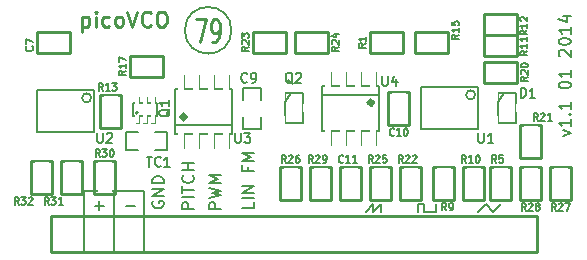
<source format=gto>
%FSLAX34Y34*%
G04 Gerber Fmt 3.4, Leading zero omitted, Abs format*
G04 (created by PCBNEW (2013-12-24 BZR 4575)-product) date 2014-01-25 4:15:43 PM*
%MOIN*%
G01*
G70*
G90*
G04 APERTURE LIST*
%ADD10C,0.005906*%
%ADD11C,0.007874*%
%ADD12C,0.010000*%
%ADD13C,0.008000*%
%ADD14C,0.002600*%
%ADD15C,0.006000*%
%ADD16C,0.005000*%
%ADD17C,0.016000*%
%ADD18R,0.015700X0.031400*%
%ADD19R,0.045000X0.055000*%
%ADD20R,0.055000X0.045000*%
%ADD21R,0.039400X0.027600*%
%ADD22R,0.078700X0.078700*%
%ADD23C,0.078700*%
%ADD24R,0.011800X0.051200*%
%ADD25R,0.023600X0.086600*%
%ADD26R,0.045000X0.032000*%
%ADD27R,0.032000X0.045000*%
G04 APERTURE END LIST*
G54D10*
G54D11*
X56250Y-53150D02*
X56500Y-52900D01*
X52500Y-52900D02*
X52500Y-53150D01*
X52250Y-53150D02*
X52500Y-52900D01*
X52250Y-52900D02*
X52250Y-53150D01*
X52000Y-53150D02*
X52250Y-52900D01*
X56000Y-52900D02*
X56250Y-53150D01*
X55750Y-53150D02*
X56000Y-52900D01*
X54350Y-53150D02*
X54350Y-52900D01*
X53950Y-53150D02*
X54350Y-53150D01*
X53950Y-52900D02*
X53950Y-53150D01*
X53750Y-52900D02*
X53950Y-52900D01*
X53750Y-53150D02*
X53750Y-52900D01*
X47527Y-47100D02*
G75*
G03X47527Y-47100I-777J0D01*
G74*
G01*
G54D12*
X46345Y-46739D02*
X46678Y-46739D01*
X46464Y-47489D01*
X46892Y-47489D02*
X46988Y-47489D01*
X47035Y-47453D01*
X47059Y-47417D01*
X47107Y-47310D01*
X47130Y-47167D01*
X47130Y-46882D01*
X47107Y-46810D01*
X47083Y-46775D01*
X47035Y-46739D01*
X46940Y-46739D01*
X46892Y-46775D01*
X46869Y-46810D01*
X46845Y-46882D01*
X46845Y-47060D01*
X46869Y-47132D01*
X46892Y-47167D01*
X46940Y-47203D01*
X47035Y-47203D01*
X47083Y-47167D01*
X47107Y-47132D01*
X47130Y-47060D01*
G54D13*
X58564Y-50619D02*
X58830Y-50523D01*
X58564Y-50428D01*
X58830Y-50066D02*
X58830Y-50295D01*
X58830Y-50180D02*
X58430Y-50180D01*
X58488Y-50219D01*
X58526Y-50257D01*
X58545Y-50295D01*
X58792Y-49895D02*
X58811Y-49876D01*
X58830Y-49895D01*
X58811Y-49914D01*
X58792Y-49895D01*
X58830Y-49895D01*
X58830Y-49495D02*
X58830Y-49723D01*
X58830Y-49609D02*
X58430Y-49609D01*
X58488Y-49647D01*
X58526Y-49685D01*
X58545Y-49723D01*
X58430Y-48942D02*
X58430Y-48904D01*
X58450Y-48866D01*
X58469Y-48847D01*
X58507Y-48828D01*
X58583Y-48809D01*
X58678Y-48809D01*
X58754Y-48828D01*
X58792Y-48847D01*
X58811Y-48866D01*
X58830Y-48904D01*
X58830Y-48942D01*
X58811Y-48980D01*
X58792Y-48999D01*
X58754Y-49019D01*
X58678Y-49038D01*
X58583Y-49038D01*
X58507Y-49019D01*
X58469Y-48999D01*
X58450Y-48980D01*
X58430Y-48942D01*
X58830Y-48428D02*
X58830Y-48657D01*
X58830Y-48542D02*
X58430Y-48542D01*
X58488Y-48580D01*
X58526Y-48619D01*
X58545Y-48657D01*
X58469Y-47971D02*
X58450Y-47952D01*
X58430Y-47914D01*
X58430Y-47819D01*
X58450Y-47780D01*
X58469Y-47761D01*
X58507Y-47742D01*
X58545Y-47742D01*
X58602Y-47761D01*
X58830Y-47990D01*
X58830Y-47742D01*
X58430Y-47495D02*
X58430Y-47457D01*
X58450Y-47419D01*
X58469Y-47400D01*
X58507Y-47380D01*
X58583Y-47361D01*
X58678Y-47361D01*
X58754Y-47380D01*
X58792Y-47400D01*
X58811Y-47419D01*
X58830Y-47457D01*
X58830Y-47495D01*
X58811Y-47533D01*
X58792Y-47552D01*
X58754Y-47571D01*
X58678Y-47590D01*
X58583Y-47590D01*
X58507Y-47571D01*
X58469Y-47552D01*
X58450Y-47533D01*
X58430Y-47495D01*
X58830Y-46980D02*
X58830Y-47209D01*
X58830Y-47095D02*
X58430Y-47095D01*
X58488Y-47133D01*
X58526Y-47171D01*
X58545Y-47209D01*
X58564Y-46638D02*
X58830Y-46638D01*
X58411Y-46733D02*
X58697Y-46828D01*
X58697Y-46580D01*
G54D12*
X42557Y-46642D02*
X42557Y-47142D01*
X42557Y-46666D02*
X42604Y-46642D01*
X42700Y-46642D01*
X42747Y-46666D01*
X42771Y-46690D01*
X42795Y-46738D01*
X42795Y-46880D01*
X42771Y-46928D01*
X42747Y-46952D01*
X42700Y-46976D01*
X42604Y-46976D01*
X42557Y-46952D01*
X43009Y-46976D02*
X43009Y-46642D01*
X43009Y-46476D02*
X42985Y-46500D01*
X43009Y-46523D01*
X43033Y-46500D01*
X43009Y-46476D01*
X43009Y-46523D01*
X43461Y-46952D02*
X43414Y-46976D01*
X43319Y-46976D01*
X43271Y-46952D01*
X43247Y-46928D01*
X43223Y-46880D01*
X43223Y-46738D01*
X43247Y-46690D01*
X43271Y-46666D01*
X43319Y-46642D01*
X43414Y-46642D01*
X43461Y-46666D01*
X43747Y-46976D02*
X43700Y-46952D01*
X43676Y-46928D01*
X43652Y-46880D01*
X43652Y-46738D01*
X43676Y-46690D01*
X43700Y-46666D01*
X43747Y-46642D01*
X43819Y-46642D01*
X43866Y-46666D01*
X43890Y-46690D01*
X43914Y-46738D01*
X43914Y-46880D01*
X43890Y-46928D01*
X43866Y-46952D01*
X43819Y-46976D01*
X43747Y-46976D01*
X44057Y-46476D02*
X44223Y-46976D01*
X44390Y-46476D01*
X44842Y-46928D02*
X44819Y-46952D01*
X44747Y-46976D01*
X44700Y-46976D01*
X44628Y-46952D01*
X44580Y-46904D01*
X44557Y-46857D01*
X44533Y-46761D01*
X44533Y-46690D01*
X44557Y-46595D01*
X44580Y-46547D01*
X44628Y-46500D01*
X44700Y-46476D01*
X44747Y-46476D01*
X44819Y-46500D01*
X44842Y-46523D01*
X45152Y-46476D02*
X45247Y-46476D01*
X45295Y-46500D01*
X45342Y-46547D01*
X45366Y-46642D01*
X45366Y-46809D01*
X45342Y-46904D01*
X45295Y-46952D01*
X45247Y-46976D01*
X45152Y-46976D01*
X45104Y-46952D01*
X45057Y-46904D01*
X45033Y-46809D01*
X45033Y-46642D01*
X45057Y-46547D01*
X45104Y-46500D01*
X45152Y-46476D01*
G54D11*
X43600Y-54500D02*
X43600Y-52450D01*
X42600Y-54500D02*
X43600Y-54500D01*
X42600Y-52450D02*
X42600Y-54500D01*
X44600Y-52450D02*
X42600Y-52450D01*
X44600Y-54500D02*
X44600Y-52450D01*
X43600Y-54500D02*
X44600Y-54500D01*
G54D13*
X43128Y-53102D02*
X43128Y-52797D01*
X43280Y-52950D02*
X42976Y-52950D01*
X44302Y-52951D02*
X43997Y-52951D01*
X44900Y-52804D02*
X44880Y-52842D01*
X44880Y-52900D01*
X44900Y-52957D01*
X44938Y-52995D01*
X44976Y-53014D01*
X45052Y-53033D01*
X45109Y-53033D01*
X45185Y-53014D01*
X45223Y-52995D01*
X45261Y-52957D01*
X45280Y-52900D01*
X45280Y-52861D01*
X45261Y-52804D01*
X45242Y-52785D01*
X45109Y-52785D01*
X45109Y-52861D01*
X45280Y-52614D02*
X44880Y-52614D01*
X45280Y-52385D01*
X44880Y-52385D01*
X45280Y-52195D02*
X44880Y-52195D01*
X44880Y-52099D01*
X44900Y-52042D01*
X44938Y-52004D01*
X44976Y-51985D01*
X45052Y-51966D01*
X45109Y-51966D01*
X45185Y-51985D01*
X45223Y-52004D01*
X45261Y-52042D01*
X45280Y-52099D01*
X45280Y-52195D01*
X46280Y-53061D02*
X45880Y-53061D01*
X45880Y-52909D01*
X45900Y-52871D01*
X45919Y-52852D01*
X45957Y-52833D01*
X46014Y-52833D01*
X46052Y-52852D01*
X46071Y-52871D01*
X46090Y-52909D01*
X46090Y-53061D01*
X46280Y-52661D02*
X45880Y-52661D01*
X45880Y-52528D02*
X45880Y-52300D01*
X46280Y-52414D02*
X45880Y-52414D01*
X46242Y-51938D02*
X46261Y-51957D01*
X46280Y-52014D01*
X46280Y-52052D01*
X46261Y-52109D01*
X46223Y-52147D01*
X46185Y-52166D01*
X46109Y-52185D01*
X46052Y-52185D01*
X45976Y-52166D01*
X45938Y-52147D01*
X45900Y-52109D01*
X45880Y-52052D01*
X45880Y-52014D01*
X45900Y-51957D01*
X45919Y-51938D01*
X46280Y-51766D02*
X45880Y-51766D01*
X46071Y-51766D02*
X46071Y-51538D01*
X46280Y-51538D02*
X45880Y-51538D01*
X47180Y-53061D02*
X46780Y-53061D01*
X46780Y-52909D01*
X46800Y-52871D01*
X46819Y-52852D01*
X46857Y-52833D01*
X46914Y-52833D01*
X46952Y-52852D01*
X46971Y-52871D01*
X46990Y-52909D01*
X46990Y-53061D01*
X46780Y-52700D02*
X47180Y-52604D01*
X46895Y-52528D01*
X47180Y-52452D01*
X46780Y-52357D01*
X47180Y-52204D02*
X46780Y-52204D01*
X47066Y-52071D01*
X46780Y-51938D01*
X47180Y-51938D01*
X48280Y-52833D02*
X48280Y-53023D01*
X47880Y-53023D01*
X48280Y-52700D02*
X47880Y-52700D01*
X48280Y-52509D02*
X47880Y-52509D01*
X48280Y-52280D01*
X47880Y-52280D01*
X48071Y-51652D02*
X48071Y-51785D01*
X48280Y-51785D02*
X47880Y-51785D01*
X47880Y-51595D01*
X48280Y-51442D02*
X47880Y-51442D01*
X48166Y-51309D01*
X47880Y-51176D01*
X48280Y-51176D01*
G54D14*
X44336Y-50183D02*
X44454Y-50183D01*
X44454Y-50183D02*
X44454Y-49986D01*
X44336Y-49986D02*
X44454Y-49986D01*
X44336Y-50183D02*
X44336Y-49986D01*
X44591Y-50183D02*
X44709Y-50183D01*
X44709Y-50183D02*
X44709Y-49986D01*
X44591Y-49986D02*
X44709Y-49986D01*
X44591Y-50183D02*
X44591Y-49986D01*
X44846Y-50183D02*
X44964Y-50183D01*
X44964Y-50183D02*
X44964Y-49986D01*
X44846Y-49986D02*
X44964Y-49986D01*
X44846Y-50183D02*
X44846Y-49986D01*
X44846Y-49514D02*
X44964Y-49514D01*
X44964Y-49514D02*
X44964Y-49317D01*
X44846Y-49317D02*
X44964Y-49317D01*
X44846Y-49514D02*
X44846Y-49317D01*
X44591Y-49514D02*
X44709Y-49514D01*
X44709Y-49514D02*
X44709Y-49317D01*
X44591Y-49317D02*
X44709Y-49317D01*
X44591Y-49514D02*
X44591Y-49317D01*
X44336Y-49514D02*
X44454Y-49514D01*
X44454Y-49514D02*
X44454Y-49317D01*
X44336Y-49317D02*
X44454Y-49317D01*
X44336Y-49514D02*
X44336Y-49317D01*
G54D13*
X44257Y-49534D02*
X45043Y-49534D01*
X45043Y-49534D02*
X45043Y-49966D01*
X45043Y-49966D02*
X44257Y-49966D01*
X44257Y-49966D02*
X44257Y-49534D01*
G54D15*
X44416Y-49848D02*
G75*
G03X44416Y-49848I-41J0D01*
G74*
G01*
G54D16*
X44980Y-50500D02*
X45380Y-50500D01*
X45380Y-50500D02*
X45380Y-51100D01*
X45380Y-51100D02*
X44980Y-51100D01*
X44420Y-51100D02*
X44020Y-51100D01*
X44020Y-51100D02*
X44020Y-50500D01*
X44020Y-50500D02*
X44420Y-50500D01*
X48500Y-49980D02*
X48500Y-50380D01*
X48500Y-50380D02*
X47900Y-50380D01*
X47900Y-50380D02*
X47900Y-49980D01*
X47900Y-49420D02*
X47900Y-49020D01*
X47900Y-49020D02*
X48500Y-49020D01*
X48500Y-49020D02*
X48500Y-49420D01*
X49300Y-49500D02*
X49500Y-49200D01*
X49300Y-50200D02*
X49300Y-49175D01*
X49300Y-49175D02*
X49900Y-49175D01*
X49900Y-49175D02*
X49900Y-50200D01*
X49900Y-50200D02*
X49300Y-50200D01*
X56400Y-49500D02*
X56600Y-49200D01*
X56400Y-50200D02*
X56400Y-49175D01*
X56400Y-49175D02*
X57000Y-49175D01*
X57000Y-49175D02*
X57000Y-50200D01*
X57000Y-50200D02*
X56400Y-50200D01*
G54D12*
X41500Y-53300D02*
X41500Y-54500D01*
X41500Y-54500D02*
X57700Y-54500D01*
X57700Y-54500D02*
X57700Y-53300D01*
X57700Y-53300D02*
X41500Y-53300D01*
G54D13*
X55750Y-50400D02*
X53850Y-50400D01*
X53850Y-50400D02*
X53850Y-49000D01*
X53850Y-49000D02*
X55750Y-49000D01*
X55750Y-49000D02*
X55750Y-50400D01*
X55650Y-49250D02*
G75*
G03X55650Y-49250I-150J0D01*
G74*
G01*
X42950Y-50500D02*
X41050Y-50500D01*
X41050Y-50500D02*
X41050Y-49100D01*
X41050Y-49100D02*
X42950Y-49100D01*
X42950Y-49100D02*
X42950Y-50500D01*
X42850Y-49350D02*
G75*
G03X42850Y-49350I-150J0D01*
G74*
G01*
G54D17*
X52243Y-49510D02*
G75*
G03X52243Y-49510I-70J0D01*
G74*
G01*
G54D14*
X52346Y-48480D02*
X52153Y-48480D01*
X52153Y-48480D02*
X52153Y-48913D01*
X52346Y-48913D02*
X52153Y-48913D01*
X52346Y-48480D02*
X52346Y-48913D01*
X51846Y-48480D02*
X51653Y-48480D01*
X51653Y-48480D02*
X51653Y-48913D01*
X51846Y-48913D02*
X51653Y-48913D01*
X51846Y-48480D02*
X51846Y-48913D01*
X51347Y-48480D02*
X51154Y-48480D01*
X51154Y-48480D02*
X51154Y-48913D01*
X51347Y-48913D02*
X51154Y-48913D01*
X51347Y-48480D02*
X51347Y-48913D01*
X50847Y-48480D02*
X50654Y-48480D01*
X50654Y-48480D02*
X50654Y-48913D01*
X50847Y-48913D02*
X50654Y-48913D01*
X50847Y-48480D02*
X50847Y-48913D01*
X50847Y-50487D02*
X50654Y-50487D01*
X50654Y-50487D02*
X50654Y-50920D01*
X50847Y-50920D02*
X50654Y-50920D01*
X50847Y-50487D02*
X50847Y-50920D01*
X51347Y-50487D02*
X51154Y-50487D01*
X51154Y-50487D02*
X51154Y-50920D01*
X51347Y-50920D02*
X51154Y-50920D01*
X51347Y-50487D02*
X51347Y-50920D01*
X51846Y-50487D02*
X51653Y-50487D01*
X51653Y-50487D02*
X51653Y-50920D01*
X51846Y-50920D02*
X51653Y-50920D01*
X51846Y-50487D02*
X51846Y-50920D01*
X52346Y-50487D02*
X52153Y-50487D01*
X52153Y-50487D02*
X52153Y-50920D01*
X52346Y-50920D02*
X52153Y-50920D01*
X52346Y-50487D02*
X52346Y-50920D01*
G54D13*
X50556Y-50448D02*
X50556Y-49149D01*
X50556Y-49149D02*
X50556Y-48952D01*
X50556Y-48952D02*
X52444Y-48952D01*
X52444Y-48952D02*
X52444Y-49149D01*
X52444Y-49149D02*
X52444Y-50448D01*
X52444Y-50448D02*
X50556Y-50448D01*
X50556Y-49249D02*
X52444Y-49249D01*
G54D17*
X45998Y-49989D02*
G75*
G03X45998Y-49989I-70J0D01*
G74*
G01*
G54D14*
X45754Y-51020D02*
X45947Y-51020D01*
X45947Y-51020D02*
X45947Y-50587D01*
X45754Y-50587D02*
X45947Y-50587D01*
X45754Y-51020D02*
X45754Y-50587D01*
X46254Y-51020D02*
X46447Y-51020D01*
X46447Y-51020D02*
X46447Y-50587D01*
X46254Y-50587D02*
X46447Y-50587D01*
X46254Y-51020D02*
X46254Y-50587D01*
X46753Y-51020D02*
X46946Y-51020D01*
X46946Y-51020D02*
X46946Y-50587D01*
X46753Y-50587D02*
X46946Y-50587D01*
X46753Y-51020D02*
X46753Y-50587D01*
X47253Y-51020D02*
X47446Y-51020D01*
X47446Y-51020D02*
X47446Y-50587D01*
X47253Y-50587D02*
X47446Y-50587D01*
X47253Y-51020D02*
X47253Y-50587D01*
X47253Y-49013D02*
X47446Y-49013D01*
X47446Y-49013D02*
X47446Y-48580D01*
X47253Y-48580D02*
X47446Y-48580D01*
X47253Y-49013D02*
X47253Y-48580D01*
X46753Y-49013D02*
X46946Y-49013D01*
X46946Y-49013D02*
X46946Y-48580D01*
X46753Y-48580D02*
X46946Y-48580D01*
X46753Y-49013D02*
X46753Y-48580D01*
X46254Y-49013D02*
X46447Y-49013D01*
X46447Y-49013D02*
X46447Y-48580D01*
X46254Y-48580D02*
X46447Y-48580D01*
X46254Y-49013D02*
X46254Y-48580D01*
X45754Y-49013D02*
X45947Y-49013D01*
X45947Y-49013D02*
X45947Y-48580D01*
X45754Y-48580D02*
X45947Y-48580D01*
X45754Y-49013D02*
X45754Y-48580D01*
G54D13*
X47544Y-49052D02*
X47544Y-50351D01*
X47544Y-50351D02*
X47544Y-50548D01*
X47544Y-50548D02*
X45656Y-50548D01*
X45656Y-50548D02*
X45656Y-50351D01*
X45656Y-50351D02*
X45656Y-49052D01*
X45656Y-49052D02*
X47544Y-49052D01*
X47544Y-50251D02*
X45656Y-50251D01*
G54D12*
X50854Y-52751D02*
X50854Y-51648D01*
X50854Y-51648D02*
X50145Y-51648D01*
X50145Y-51648D02*
X50145Y-52751D01*
X50145Y-52751D02*
X50854Y-52751D01*
X57854Y-52751D02*
X57854Y-51648D01*
X57854Y-51648D02*
X57145Y-51648D01*
X57145Y-51648D02*
X57145Y-52751D01*
X57145Y-52751D02*
X57854Y-52751D01*
X58854Y-52751D02*
X58854Y-51648D01*
X58854Y-51648D02*
X58145Y-51648D01*
X58145Y-51648D02*
X58145Y-52751D01*
X58145Y-52751D02*
X58854Y-52751D01*
X49854Y-52751D02*
X49854Y-51648D01*
X49854Y-51648D02*
X49145Y-51648D01*
X49145Y-51648D02*
X49145Y-52751D01*
X49145Y-52751D02*
X49854Y-52751D01*
X52854Y-52751D02*
X52854Y-51648D01*
X52854Y-51648D02*
X52145Y-51648D01*
X52145Y-51648D02*
X52145Y-52751D01*
X52145Y-52751D02*
X52854Y-52751D01*
X50751Y-47145D02*
X49648Y-47145D01*
X49648Y-47145D02*
X49648Y-47854D01*
X49648Y-47854D02*
X50751Y-47854D01*
X50751Y-47854D02*
X50751Y-47145D01*
X48248Y-47854D02*
X49351Y-47854D01*
X49351Y-47854D02*
X49351Y-47145D01*
X49351Y-47145D02*
X48248Y-47145D01*
X48248Y-47145D02*
X48248Y-47854D01*
X53145Y-51648D02*
X53145Y-52751D01*
X53145Y-52751D02*
X53854Y-52751D01*
X53854Y-52751D02*
X53854Y-51648D01*
X53854Y-51648D02*
X53145Y-51648D01*
X57145Y-50248D02*
X57145Y-51351D01*
X57145Y-51351D02*
X57854Y-51351D01*
X57854Y-51351D02*
X57854Y-50248D01*
X57854Y-50248D02*
X57145Y-50248D01*
X57051Y-48145D02*
X55948Y-48145D01*
X55948Y-48145D02*
X55948Y-48854D01*
X55948Y-48854D02*
X57051Y-48854D01*
X57051Y-48854D02*
X57051Y-48145D01*
X44148Y-48654D02*
X45251Y-48654D01*
X45251Y-48654D02*
X45251Y-47945D01*
X45251Y-47945D02*
X44148Y-47945D01*
X44148Y-47945D02*
X44148Y-48654D01*
X54751Y-47145D02*
X53648Y-47145D01*
X53648Y-47145D02*
X53648Y-47854D01*
X53648Y-47854D02*
X54751Y-47854D01*
X54751Y-47854D02*
X54751Y-47145D01*
X43145Y-49248D02*
X43145Y-50351D01*
X43145Y-50351D02*
X43854Y-50351D01*
X43854Y-50351D02*
X43854Y-49248D01*
X43854Y-49248D02*
X43145Y-49248D01*
X57051Y-46545D02*
X55948Y-46545D01*
X55948Y-46545D02*
X55948Y-47254D01*
X55948Y-47254D02*
X57051Y-47254D01*
X57051Y-47254D02*
X57051Y-46545D01*
X55948Y-47954D02*
X57051Y-47954D01*
X57051Y-47954D02*
X57051Y-47245D01*
X57051Y-47245D02*
X55948Y-47245D01*
X55948Y-47245D02*
X55948Y-47954D01*
X55954Y-52751D02*
X55954Y-51648D01*
X55954Y-51648D02*
X55245Y-51648D01*
X55245Y-51648D02*
X55245Y-52751D01*
X55245Y-52751D02*
X55954Y-52751D01*
X54245Y-51648D02*
X54245Y-52751D01*
X54245Y-52751D02*
X54954Y-52751D01*
X54954Y-52751D02*
X54954Y-51648D01*
X54954Y-51648D02*
X54245Y-51648D01*
X56145Y-51648D02*
X56145Y-52751D01*
X56145Y-52751D02*
X56854Y-52751D01*
X56854Y-52751D02*
X56854Y-51648D01*
X56854Y-51648D02*
X56145Y-51648D01*
X52148Y-47854D02*
X53251Y-47854D01*
X53251Y-47854D02*
X53251Y-47145D01*
X53251Y-47145D02*
X52148Y-47145D01*
X52148Y-47145D02*
X52148Y-47854D01*
X51854Y-52751D02*
X51854Y-51648D01*
X51854Y-51648D02*
X51145Y-51648D01*
X51145Y-51648D02*
X51145Y-52751D01*
X51145Y-52751D02*
X51854Y-52751D01*
X52745Y-49148D02*
X52745Y-50251D01*
X52745Y-50251D02*
X53454Y-50251D01*
X53454Y-50251D02*
X53454Y-49148D01*
X53454Y-49148D02*
X52745Y-49148D01*
X42151Y-47145D02*
X41048Y-47145D01*
X41048Y-47145D02*
X41048Y-47854D01*
X41048Y-47854D02*
X42151Y-47854D01*
X42151Y-47854D02*
X42151Y-47145D01*
X41554Y-52551D02*
X41554Y-51448D01*
X41554Y-51448D02*
X40845Y-51448D01*
X40845Y-51448D02*
X40845Y-52551D01*
X40845Y-52551D02*
X41554Y-52551D01*
X41845Y-51448D02*
X41845Y-52551D01*
X41845Y-52551D02*
X42554Y-52551D01*
X42554Y-52551D02*
X42554Y-51448D01*
X42554Y-51448D02*
X41845Y-51448D01*
X43654Y-52551D02*
X43654Y-51448D01*
X43654Y-51448D02*
X42945Y-51448D01*
X42945Y-51448D02*
X42945Y-52551D01*
X42945Y-52551D02*
X43654Y-52551D01*
G54D15*
X45475Y-49730D02*
X45460Y-49760D01*
X45429Y-49791D01*
X45383Y-49837D01*
X45368Y-49867D01*
X45368Y-49898D01*
X45444Y-49882D02*
X45429Y-49913D01*
X45399Y-49943D01*
X45338Y-49959D01*
X45231Y-49959D01*
X45170Y-49943D01*
X45140Y-49913D01*
X45124Y-49882D01*
X45124Y-49821D01*
X45140Y-49791D01*
X45170Y-49760D01*
X45231Y-49745D01*
X45338Y-49745D01*
X45399Y-49760D01*
X45429Y-49791D01*
X45444Y-49821D01*
X45444Y-49882D01*
X45444Y-49440D02*
X45444Y-49623D01*
X45444Y-49532D02*
X45124Y-49532D01*
X45170Y-49562D01*
X45200Y-49593D01*
X45216Y-49623D01*
X44696Y-51324D02*
X44879Y-51324D01*
X44787Y-51644D02*
X44787Y-51324D01*
X45168Y-51614D02*
X45153Y-51629D01*
X45107Y-51644D01*
X45077Y-51644D01*
X45031Y-51629D01*
X45000Y-51599D01*
X44985Y-51568D01*
X44970Y-51507D01*
X44970Y-51461D01*
X44985Y-51400D01*
X45000Y-51370D01*
X45031Y-51340D01*
X45077Y-51324D01*
X45107Y-51324D01*
X45153Y-51340D01*
X45168Y-51355D01*
X45473Y-51644D02*
X45290Y-51644D01*
X45381Y-51644D02*
X45381Y-51324D01*
X45351Y-51370D01*
X45320Y-51400D01*
X45290Y-51416D01*
X48046Y-48814D02*
X48031Y-48829D01*
X47985Y-48844D01*
X47955Y-48844D01*
X47909Y-48829D01*
X47879Y-48799D01*
X47863Y-48768D01*
X47848Y-48707D01*
X47848Y-48661D01*
X47863Y-48600D01*
X47879Y-48570D01*
X47909Y-48540D01*
X47955Y-48524D01*
X47985Y-48524D01*
X48031Y-48540D01*
X48046Y-48555D01*
X48199Y-48844D02*
X48260Y-48844D01*
X48290Y-48829D01*
X48305Y-48814D01*
X48336Y-48768D01*
X48351Y-48707D01*
X48351Y-48585D01*
X48336Y-48555D01*
X48320Y-48540D01*
X48290Y-48524D01*
X48229Y-48524D01*
X48199Y-48540D01*
X48183Y-48555D01*
X48168Y-48585D01*
X48168Y-48661D01*
X48183Y-48692D01*
X48199Y-48707D01*
X48229Y-48722D01*
X48290Y-48722D01*
X48320Y-48707D01*
X48336Y-48692D01*
X48351Y-48661D01*
X49569Y-48875D02*
X49539Y-48860D01*
X49508Y-48829D01*
X49462Y-48783D01*
X49432Y-48768D01*
X49401Y-48768D01*
X49417Y-48844D02*
X49386Y-48829D01*
X49356Y-48799D01*
X49340Y-48738D01*
X49340Y-48631D01*
X49356Y-48570D01*
X49386Y-48540D01*
X49417Y-48524D01*
X49478Y-48524D01*
X49508Y-48540D01*
X49539Y-48570D01*
X49554Y-48631D01*
X49554Y-48738D01*
X49539Y-48799D01*
X49508Y-48829D01*
X49478Y-48844D01*
X49417Y-48844D01*
X49676Y-48555D02*
X49691Y-48540D01*
X49721Y-48524D01*
X49798Y-48524D01*
X49828Y-48540D01*
X49843Y-48555D01*
X49859Y-48585D01*
X49859Y-48616D01*
X49843Y-48661D01*
X49660Y-48844D01*
X49859Y-48844D01*
X57163Y-49344D02*
X57163Y-49024D01*
X57240Y-49024D01*
X57285Y-49040D01*
X57316Y-49070D01*
X57331Y-49100D01*
X57346Y-49161D01*
X57346Y-49207D01*
X57331Y-49268D01*
X57316Y-49299D01*
X57285Y-49329D01*
X57240Y-49344D01*
X57163Y-49344D01*
X57651Y-49344D02*
X57468Y-49344D01*
X57560Y-49344D02*
X57560Y-49024D01*
X57529Y-49070D01*
X57499Y-49100D01*
X57468Y-49116D01*
X55756Y-50524D02*
X55756Y-50783D01*
X55771Y-50814D01*
X55786Y-50829D01*
X55817Y-50844D01*
X55878Y-50844D01*
X55908Y-50829D01*
X55923Y-50814D01*
X55939Y-50783D01*
X55939Y-50524D01*
X56259Y-50844D02*
X56076Y-50844D01*
X56167Y-50844D02*
X56167Y-50524D01*
X56137Y-50570D01*
X56106Y-50600D01*
X56076Y-50616D01*
X43056Y-50524D02*
X43056Y-50783D01*
X43071Y-50814D01*
X43086Y-50829D01*
X43117Y-50844D01*
X43178Y-50844D01*
X43208Y-50829D01*
X43223Y-50814D01*
X43239Y-50783D01*
X43239Y-50524D01*
X43376Y-50555D02*
X43391Y-50540D01*
X43421Y-50524D01*
X43498Y-50524D01*
X43528Y-50540D01*
X43543Y-50555D01*
X43559Y-50585D01*
X43559Y-50616D01*
X43543Y-50661D01*
X43360Y-50844D01*
X43559Y-50844D01*
X52556Y-48624D02*
X52556Y-48883D01*
X52571Y-48914D01*
X52586Y-48929D01*
X52617Y-48944D01*
X52678Y-48944D01*
X52708Y-48929D01*
X52723Y-48914D01*
X52739Y-48883D01*
X52739Y-48624D01*
X53028Y-48731D02*
X53028Y-48944D01*
X52952Y-48609D02*
X52876Y-48838D01*
X53074Y-48838D01*
X47656Y-50524D02*
X47656Y-50783D01*
X47671Y-50814D01*
X47686Y-50829D01*
X47717Y-50844D01*
X47778Y-50844D01*
X47808Y-50829D01*
X47823Y-50814D01*
X47839Y-50783D01*
X47839Y-50524D01*
X47960Y-50524D02*
X48159Y-50524D01*
X48052Y-50646D01*
X48098Y-50646D01*
X48128Y-50661D01*
X48143Y-50677D01*
X48159Y-50707D01*
X48159Y-50783D01*
X48143Y-50814D01*
X48128Y-50829D01*
X48098Y-50844D01*
X48006Y-50844D01*
X47976Y-50829D01*
X47960Y-50814D01*
X50245Y-51508D02*
X50165Y-51394D01*
X50108Y-51508D02*
X50108Y-51268D01*
X50200Y-51268D01*
X50222Y-51280D01*
X50234Y-51291D01*
X50245Y-51314D01*
X50245Y-51348D01*
X50234Y-51371D01*
X50222Y-51382D01*
X50200Y-51394D01*
X50108Y-51394D01*
X50337Y-51291D02*
X50348Y-51280D01*
X50371Y-51268D01*
X50428Y-51268D01*
X50451Y-51280D01*
X50462Y-51291D01*
X50474Y-51314D01*
X50474Y-51337D01*
X50462Y-51371D01*
X50325Y-51508D01*
X50474Y-51508D01*
X50588Y-51508D02*
X50634Y-51508D01*
X50657Y-51497D01*
X50668Y-51485D01*
X50691Y-51451D01*
X50702Y-51405D01*
X50702Y-51314D01*
X50691Y-51291D01*
X50680Y-51280D01*
X50657Y-51268D01*
X50611Y-51268D01*
X50588Y-51280D01*
X50577Y-51291D01*
X50565Y-51314D01*
X50565Y-51371D01*
X50577Y-51394D01*
X50588Y-51405D01*
X50611Y-51417D01*
X50657Y-51417D01*
X50680Y-51405D01*
X50691Y-51394D01*
X50702Y-51371D01*
X57345Y-53108D02*
X57265Y-52994D01*
X57208Y-53108D02*
X57208Y-52868D01*
X57300Y-52868D01*
X57322Y-52880D01*
X57334Y-52891D01*
X57345Y-52914D01*
X57345Y-52948D01*
X57334Y-52971D01*
X57322Y-52982D01*
X57300Y-52994D01*
X57208Y-52994D01*
X57437Y-52891D02*
X57448Y-52880D01*
X57471Y-52868D01*
X57528Y-52868D01*
X57551Y-52880D01*
X57562Y-52891D01*
X57574Y-52914D01*
X57574Y-52937D01*
X57562Y-52971D01*
X57425Y-53108D01*
X57574Y-53108D01*
X57711Y-52971D02*
X57688Y-52960D01*
X57677Y-52948D01*
X57665Y-52925D01*
X57665Y-52914D01*
X57677Y-52891D01*
X57688Y-52880D01*
X57711Y-52868D01*
X57757Y-52868D01*
X57780Y-52880D01*
X57791Y-52891D01*
X57802Y-52914D01*
X57802Y-52925D01*
X57791Y-52948D01*
X57780Y-52960D01*
X57757Y-52971D01*
X57711Y-52971D01*
X57688Y-52982D01*
X57677Y-52994D01*
X57665Y-53017D01*
X57665Y-53062D01*
X57677Y-53085D01*
X57688Y-53097D01*
X57711Y-53108D01*
X57757Y-53108D01*
X57780Y-53097D01*
X57791Y-53085D01*
X57802Y-53062D01*
X57802Y-53017D01*
X57791Y-52994D01*
X57780Y-52982D01*
X57757Y-52971D01*
X58345Y-53108D02*
X58265Y-52994D01*
X58208Y-53108D02*
X58208Y-52868D01*
X58300Y-52868D01*
X58322Y-52880D01*
X58334Y-52891D01*
X58345Y-52914D01*
X58345Y-52948D01*
X58334Y-52971D01*
X58322Y-52982D01*
X58300Y-52994D01*
X58208Y-52994D01*
X58437Y-52891D02*
X58448Y-52880D01*
X58471Y-52868D01*
X58528Y-52868D01*
X58551Y-52880D01*
X58562Y-52891D01*
X58574Y-52914D01*
X58574Y-52937D01*
X58562Y-52971D01*
X58425Y-53108D01*
X58574Y-53108D01*
X58654Y-52868D02*
X58814Y-52868D01*
X58711Y-53108D01*
X49345Y-51508D02*
X49265Y-51394D01*
X49208Y-51508D02*
X49208Y-51268D01*
X49300Y-51268D01*
X49322Y-51280D01*
X49334Y-51291D01*
X49345Y-51314D01*
X49345Y-51348D01*
X49334Y-51371D01*
X49322Y-51382D01*
X49300Y-51394D01*
X49208Y-51394D01*
X49437Y-51291D02*
X49448Y-51280D01*
X49471Y-51268D01*
X49528Y-51268D01*
X49551Y-51280D01*
X49562Y-51291D01*
X49574Y-51314D01*
X49574Y-51337D01*
X49562Y-51371D01*
X49425Y-51508D01*
X49574Y-51508D01*
X49780Y-51268D02*
X49734Y-51268D01*
X49711Y-51280D01*
X49700Y-51291D01*
X49677Y-51325D01*
X49665Y-51371D01*
X49665Y-51462D01*
X49677Y-51485D01*
X49688Y-51497D01*
X49711Y-51508D01*
X49757Y-51508D01*
X49780Y-51497D01*
X49791Y-51485D01*
X49802Y-51462D01*
X49802Y-51405D01*
X49791Y-51382D01*
X49780Y-51371D01*
X49757Y-51360D01*
X49711Y-51360D01*
X49688Y-51371D01*
X49677Y-51382D01*
X49665Y-51405D01*
X52245Y-51508D02*
X52165Y-51394D01*
X52108Y-51508D02*
X52108Y-51268D01*
X52200Y-51268D01*
X52222Y-51280D01*
X52234Y-51291D01*
X52245Y-51314D01*
X52245Y-51348D01*
X52234Y-51371D01*
X52222Y-51382D01*
X52200Y-51394D01*
X52108Y-51394D01*
X52337Y-51291D02*
X52348Y-51280D01*
X52371Y-51268D01*
X52428Y-51268D01*
X52451Y-51280D01*
X52462Y-51291D01*
X52474Y-51314D01*
X52474Y-51337D01*
X52462Y-51371D01*
X52325Y-51508D01*
X52474Y-51508D01*
X52691Y-51268D02*
X52577Y-51268D01*
X52565Y-51382D01*
X52577Y-51371D01*
X52600Y-51360D01*
X52657Y-51360D01*
X52680Y-51371D01*
X52691Y-51382D01*
X52702Y-51405D01*
X52702Y-51462D01*
X52691Y-51485D01*
X52680Y-51497D01*
X52657Y-51508D01*
X52600Y-51508D01*
X52577Y-51497D01*
X52565Y-51485D01*
X51108Y-47654D02*
X50994Y-47734D01*
X51108Y-47791D02*
X50868Y-47791D01*
X50868Y-47700D01*
X50880Y-47677D01*
X50891Y-47665D01*
X50914Y-47654D01*
X50948Y-47654D01*
X50971Y-47665D01*
X50982Y-47677D01*
X50994Y-47700D01*
X50994Y-47791D01*
X50891Y-47562D02*
X50880Y-47551D01*
X50868Y-47528D01*
X50868Y-47471D01*
X50880Y-47448D01*
X50891Y-47437D01*
X50914Y-47425D01*
X50937Y-47425D01*
X50971Y-47437D01*
X51108Y-47574D01*
X51108Y-47425D01*
X50948Y-47220D02*
X51108Y-47220D01*
X50857Y-47277D02*
X51028Y-47334D01*
X51028Y-47185D01*
X48108Y-47654D02*
X47994Y-47734D01*
X48108Y-47791D02*
X47868Y-47791D01*
X47868Y-47700D01*
X47880Y-47677D01*
X47891Y-47665D01*
X47914Y-47654D01*
X47948Y-47654D01*
X47971Y-47665D01*
X47982Y-47677D01*
X47994Y-47700D01*
X47994Y-47791D01*
X47891Y-47562D02*
X47880Y-47551D01*
X47868Y-47528D01*
X47868Y-47471D01*
X47880Y-47448D01*
X47891Y-47437D01*
X47914Y-47425D01*
X47937Y-47425D01*
X47971Y-47437D01*
X48108Y-47574D01*
X48108Y-47425D01*
X47868Y-47345D02*
X47868Y-47197D01*
X47960Y-47277D01*
X47960Y-47242D01*
X47971Y-47220D01*
X47982Y-47208D01*
X48005Y-47197D01*
X48062Y-47197D01*
X48085Y-47208D01*
X48097Y-47220D01*
X48108Y-47242D01*
X48108Y-47311D01*
X48097Y-47334D01*
X48085Y-47345D01*
X53245Y-51508D02*
X53165Y-51394D01*
X53108Y-51508D02*
X53108Y-51268D01*
X53200Y-51268D01*
X53222Y-51280D01*
X53234Y-51291D01*
X53245Y-51314D01*
X53245Y-51348D01*
X53234Y-51371D01*
X53222Y-51382D01*
X53200Y-51394D01*
X53108Y-51394D01*
X53337Y-51291D02*
X53348Y-51280D01*
X53371Y-51268D01*
X53428Y-51268D01*
X53451Y-51280D01*
X53462Y-51291D01*
X53474Y-51314D01*
X53474Y-51337D01*
X53462Y-51371D01*
X53325Y-51508D01*
X53474Y-51508D01*
X53565Y-51291D02*
X53577Y-51280D01*
X53600Y-51268D01*
X53657Y-51268D01*
X53680Y-51280D01*
X53691Y-51291D01*
X53702Y-51314D01*
X53702Y-51337D01*
X53691Y-51371D01*
X53554Y-51508D01*
X53702Y-51508D01*
X57745Y-50108D02*
X57665Y-49994D01*
X57608Y-50108D02*
X57608Y-49868D01*
X57700Y-49868D01*
X57722Y-49880D01*
X57734Y-49891D01*
X57745Y-49914D01*
X57745Y-49948D01*
X57734Y-49971D01*
X57722Y-49982D01*
X57700Y-49994D01*
X57608Y-49994D01*
X57837Y-49891D02*
X57848Y-49880D01*
X57871Y-49868D01*
X57928Y-49868D01*
X57951Y-49880D01*
X57962Y-49891D01*
X57974Y-49914D01*
X57974Y-49937D01*
X57962Y-49971D01*
X57825Y-50108D01*
X57974Y-50108D01*
X58202Y-50108D02*
X58065Y-50108D01*
X58134Y-50108D02*
X58134Y-49868D01*
X58111Y-49902D01*
X58088Y-49925D01*
X58065Y-49937D01*
X57408Y-48654D02*
X57294Y-48734D01*
X57408Y-48791D02*
X57168Y-48791D01*
X57168Y-48700D01*
X57180Y-48677D01*
X57191Y-48665D01*
X57214Y-48654D01*
X57248Y-48654D01*
X57271Y-48665D01*
X57282Y-48677D01*
X57294Y-48700D01*
X57294Y-48791D01*
X57191Y-48562D02*
X57180Y-48551D01*
X57168Y-48528D01*
X57168Y-48471D01*
X57180Y-48448D01*
X57191Y-48437D01*
X57214Y-48425D01*
X57237Y-48425D01*
X57271Y-48437D01*
X57408Y-48574D01*
X57408Y-48425D01*
X57168Y-48277D02*
X57168Y-48254D01*
X57180Y-48231D01*
X57191Y-48220D01*
X57214Y-48208D01*
X57260Y-48197D01*
X57317Y-48197D01*
X57362Y-48208D01*
X57385Y-48220D01*
X57397Y-48231D01*
X57408Y-48254D01*
X57408Y-48277D01*
X57397Y-48300D01*
X57385Y-48311D01*
X57362Y-48322D01*
X57317Y-48334D01*
X57260Y-48334D01*
X57214Y-48322D01*
X57191Y-48311D01*
X57180Y-48300D01*
X57168Y-48277D01*
X44008Y-48454D02*
X43894Y-48534D01*
X44008Y-48591D02*
X43768Y-48591D01*
X43768Y-48500D01*
X43780Y-48477D01*
X43791Y-48465D01*
X43814Y-48454D01*
X43848Y-48454D01*
X43871Y-48465D01*
X43882Y-48477D01*
X43894Y-48500D01*
X43894Y-48591D01*
X44008Y-48225D02*
X44008Y-48362D01*
X44008Y-48294D02*
X43768Y-48294D01*
X43802Y-48317D01*
X43825Y-48340D01*
X43837Y-48362D01*
X43768Y-48145D02*
X43768Y-47985D01*
X44008Y-48088D01*
X55108Y-47254D02*
X54994Y-47334D01*
X55108Y-47391D02*
X54868Y-47391D01*
X54868Y-47300D01*
X54880Y-47277D01*
X54891Y-47265D01*
X54914Y-47254D01*
X54948Y-47254D01*
X54971Y-47265D01*
X54982Y-47277D01*
X54994Y-47300D01*
X54994Y-47391D01*
X55108Y-47025D02*
X55108Y-47162D01*
X55108Y-47094D02*
X54868Y-47094D01*
X54902Y-47117D01*
X54925Y-47140D01*
X54937Y-47162D01*
X54868Y-46808D02*
X54868Y-46922D01*
X54982Y-46934D01*
X54971Y-46922D01*
X54960Y-46900D01*
X54960Y-46842D01*
X54971Y-46820D01*
X54982Y-46808D01*
X55005Y-46797D01*
X55062Y-46797D01*
X55085Y-46808D01*
X55097Y-46820D01*
X55108Y-46842D01*
X55108Y-46900D01*
X55097Y-46922D01*
X55085Y-46934D01*
X43245Y-49108D02*
X43165Y-48994D01*
X43108Y-49108D02*
X43108Y-48868D01*
X43200Y-48868D01*
X43222Y-48880D01*
X43234Y-48891D01*
X43245Y-48914D01*
X43245Y-48948D01*
X43234Y-48971D01*
X43222Y-48982D01*
X43200Y-48994D01*
X43108Y-48994D01*
X43474Y-49108D02*
X43337Y-49108D01*
X43405Y-49108D02*
X43405Y-48868D01*
X43382Y-48902D01*
X43360Y-48925D01*
X43337Y-48937D01*
X43554Y-48868D02*
X43702Y-48868D01*
X43622Y-48960D01*
X43657Y-48960D01*
X43680Y-48971D01*
X43691Y-48982D01*
X43702Y-49005D01*
X43702Y-49062D01*
X43691Y-49085D01*
X43680Y-49097D01*
X43657Y-49108D01*
X43588Y-49108D01*
X43565Y-49097D01*
X43554Y-49085D01*
X57392Y-47103D02*
X57277Y-47183D01*
X57392Y-47240D02*
X57152Y-47240D01*
X57152Y-47148D01*
X57163Y-47125D01*
X57174Y-47114D01*
X57197Y-47103D01*
X57232Y-47103D01*
X57254Y-47114D01*
X57266Y-47125D01*
X57277Y-47148D01*
X57277Y-47240D01*
X57392Y-46874D02*
X57392Y-47011D01*
X57392Y-46943D02*
X57152Y-46943D01*
X57186Y-46965D01*
X57209Y-46988D01*
X57220Y-47011D01*
X57174Y-46783D02*
X57163Y-46771D01*
X57152Y-46748D01*
X57152Y-46691D01*
X57163Y-46668D01*
X57174Y-46657D01*
X57197Y-46645D01*
X57220Y-46645D01*
X57254Y-46657D01*
X57392Y-46794D01*
X57392Y-46645D01*
X57392Y-47792D02*
X57277Y-47872D01*
X57392Y-47929D02*
X57152Y-47929D01*
X57152Y-47837D01*
X57163Y-47814D01*
X57174Y-47803D01*
X57197Y-47792D01*
X57232Y-47792D01*
X57254Y-47803D01*
X57266Y-47814D01*
X57277Y-47837D01*
X57277Y-47929D01*
X57392Y-47563D02*
X57392Y-47700D01*
X57392Y-47632D02*
X57152Y-47632D01*
X57186Y-47654D01*
X57209Y-47677D01*
X57220Y-47700D01*
X57392Y-47334D02*
X57392Y-47472D01*
X57392Y-47403D02*
X57152Y-47403D01*
X57186Y-47426D01*
X57209Y-47449D01*
X57220Y-47472D01*
X55345Y-51508D02*
X55265Y-51394D01*
X55208Y-51508D02*
X55208Y-51268D01*
X55300Y-51268D01*
X55322Y-51280D01*
X55334Y-51291D01*
X55345Y-51314D01*
X55345Y-51348D01*
X55334Y-51371D01*
X55322Y-51382D01*
X55300Y-51394D01*
X55208Y-51394D01*
X55574Y-51508D02*
X55437Y-51508D01*
X55505Y-51508D02*
X55505Y-51268D01*
X55482Y-51302D01*
X55460Y-51325D01*
X55437Y-51337D01*
X55722Y-51268D02*
X55745Y-51268D01*
X55768Y-51280D01*
X55780Y-51291D01*
X55791Y-51314D01*
X55802Y-51360D01*
X55802Y-51417D01*
X55791Y-51462D01*
X55780Y-51485D01*
X55768Y-51497D01*
X55745Y-51508D01*
X55722Y-51508D01*
X55700Y-51497D01*
X55688Y-51485D01*
X55677Y-51462D01*
X55665Y-51417D01*
X55665Y-51360D01*
X55677Y-51314D01*
X55688Y-51291D01*
X55700Y-51280D01*
X55722Y-51268D01*
X54684Y-53100D02*
X54604Y-52986D01*
X54547Y-53100D02*
X54547Y-52860D01*
X54638Y-52860D01*
X54661Y-52872D01*
X54672Y-52883D01*
X54684Y-52906D01*
X54684Y-52940D01*
X54672Y-52963D01*
X54661Y-52974D01*
X54638Y-52986D01*
X54547Y-52986D01*
X54798Y-53100D02*
X54844Y-53100D01*
X54867Y-53089D01*
X54878Y-53077D01*
X54901Y-53043D01*
X54912Y-52997D01*
X54912Y-52906D01*
X54901Y-52883D01*
X54890Y-52872D01*
X54867Y-52860D01*
X54821Y-52860D01*
X54798Y-52872D01*
X54787Y-52883D01*
X54775Y-52906D01*
X54775Y-52963D01*
X54787Y-52986D01*
X54798Y-52997D01*
X54821Y-53009D01*
X54867Y-53009D01*
X54890Y-52997D01*
X54901Y-52986D01*
X54912Y-52963D01*
X56360Y-51508D02*
X56280Y-51394D01*
X56222Y-51508D02*
X56222Y-51268D01*
X56314Y-51268D01*
X56337Y-51280D01*
X56348Y-51291D01*
X56360Y-51314D01*
X56360Y-51348D01*
X56348Y-51371D01*
X56337Y-51382D01*
X56314Y-51394D01*
X56222Y-51394D01*
X56577Y-51268D02*
X56462Y-51268D01*
X56451Y-51382D01*
X56462Y-51371D01*
X56485Y-51360D01*
X56542Y-51360D01*
X56565Y-51371D01*
X56577Y-51382D01*
X56588Y-51405D01*
X56588Y-51462D01*
X56577Y-51485D01*
X56565Y-51497D01*
X56542Y-51508D01*
X56485Y-51508D01*
X56462Y-51497D01*
X56451Y-51485D01*
X52008Y-47539D02*
X51894Y-47619D01*
X52008Y-47677D02*
X51768Y-47677D01*
X51768Y-47585D01*
X51780Y-47562D01*
X51791Y-47551D01*
X51814Y-47539D01*
X51848Y-47539D01*
X51871Y-47551D01*
X51882Y-47562D01*
X51894Y-47585D01*
X51894Y-47677D01*
X52008Y-47311D02*
X52008Y-47448D01*
X52008Y-47379D02*
X51768Y-47379D01*
X51802Y-47402D01*
X51825Y-47425D01*
X51837Y-47448D01*
X51245Y-51485D02*
X51234Y-51497D01*
X51200Y-51508D01*
X51177Y-51508D01*
X51142Y-51497D01*
X51120Y-51474D01*
X51108Y-51451D01*
X51097Y-51405D01*
X51097Y-51371D01*
X51108Y-51325D01*
X51120Y-51302D01*
X51142Y-51280D01*
X51177Y-51268D01*
X51200Y-51268D01*
X51234Y-51280D01*
X51245Y-51291D01*
X51474Y-51508D02*
X51337Y-51508D01*
X51405Y-51508D02*
X51405Y-51268D01*
X51382Y-51302D01*
X51360Y-51325D01*
X51337Y-51337D01*
X51702Y-51508D02*
X51565Y-51508D01*
X51634Y-51508D02*
X51634Y-51268D01*
X51611Y-51302D01*
X51588Y-51325D01*
X51565Y-51337D01*
X52945Y-50585D02*
X52934Y-50597D01*
X52900Y-50608D01*
X52877Y-50608D01*
X52842Y-50597D01*
X52820Y-50574D01*
X52808Y-50551D01*
X52797Y-50505D01*
X52797Y-50471D01*
X52808Y-50425D01*
X52820Y-50402D01*
X52842Y-50380D01*
X52877Y-50368D01*
X52900Y-50368D01*
X52934Y-50380D01*
X52945Y-50391D01*
X53174Y-50608D02*
X53037Y-50608D01*
X53105Y-50608D02*
X53105Y-50368D01*
X53082Y-50402D01*
X53060Y-50425D01*
X53037Y-50437D01*
X53322Y-50368D02*
X53345Y-50368D01*
X53368Y-50380D01*
X53380Y-50391D01*
X53391Y-50414D01*
X53402Y-50460D01*
X53402Y-50517D01*
X53391Y-50562D01*
X53380Y-50585D01*
X53368Y-50597D01*
X53345Y-50608D01*
X53322Y-50608D01*
X53300Y-50597D01*
X53288Y-50585D01*
X53277Y-50562D01*
X53265Y-50517D01*
X53265Y-50460D01*
X53277Y-50414D01*
X53288Y-50391D01*
X53300Y-50380D01*
X53322Y-50368D01*
X40885Y-47639D02*
X40897Y-47651D01*
X40908Y-47685D01*
X40908Y-47708D01*
X40897Y-47742D01*
X40874Y-47765D01*
X40851Y-47777D01*
X40805Y-47788D01*
X40771Y-47788D01*
X40725Y-47777D01*
X40702Y-47765D01*
X40680Y-47742D01*
X40668Y-47708D01*
X40668Y-47685D01*
X40680Y-47651D01*
X40691Y-47639D01*
X40668Y-47559D02*
X40668Y-47399D01*
X40908Y-47502D01*
X40445Y-52908D02*
X40365Y-52794D01*
X40308Y-52908D02*
X40308Y-52668D01*
X40400Y-52668D01*
X40422Y-52680D01*
X40434Y-52691D01*
X40445Y-52714D01*
X40445Y-52748D01*
X40434Y-52771D01*
X40422Y-52782D01*
X40400Y-52794D01*
X40308Y-52794D01*
X40525Y-52668D02*
X40674Y-52668D01*
X40594Y-52760D01*
X40628Y-52760D01*
X40651Y-52771D01*
X40662Y-52782D01*
X40674Y-52805D01*
X40674Y-52862D01*
X40662Y-52885D01*
X40651Y-52897D01*
X40628Y-52908D01*
X40560Y-52908D01*
X40537Y-52897D01*
X40525Y-52885D01*
X40765Y-52691D02*
X40777Y-52680D01*
X40800Y-52668D01*
X40857Y-52668D01*
X40880Y-52680D01*
X40891Y-52691D01*
X40902Y-52714D01*
X40902Y-52737D01*
X40891Y-52771D01*
X40754Y-52908D01*
X40902Y-52908D01*
X41445Y-52908D02*
X41365Y-52794D01*
X41308Y-52908D02*
X41308Y-52668D01*
X41400Y-52668D01*
X41422Y-52680D01*
X41434Y-52691D01*
X41445Y-52714D01*
X41445Y-52748D01*
X41434Y-52771D01*
X41422Y-52782D01*
X41400Y-52794D01*
X41308Y-52794D01*
X41525Y-52668D02*
X41674Y-52668D01*
X41594Y-52760D01*
X41628Y-52760D01*
X41651Y-52771D01*
X41662Y-52782D01*
X41674Y-52805D01*
X41674Y-52862D01*
X41662Y-52885D01*
X41651Y-52897D01*
X41628Y-52908D01*
X41560Y-52908D01*
X41537Y-52897D01*
X41525Y-52885D01*
X41902Y-52908D02*
X41765Y-52908D01*
X41834Y-52908D02*
X41834Y-52668D01*
X41811Y-52702D01*
X41788Y-52725D01*
X41765Y-52737D01*
X43145Y-51308D02*
X43065Y-51194D01*
X43008Y-51308D02*
X43008Y-51068D01*
X43100Y-51068D01*
X43122Y-51080D01*
X43134Y-51091D01*
X43145Y-51114D01*
X43145Y-51148D01*
X43134Y-51171D01*
X43122Y-51182D01*
X43100Y-51194D01*
X43008Y-51194D01*
X43225Y-51068D02*
X43374Y-51068D01*
X43294Y-51160D01*
X43328Y-51160D01*
X43351Y-51171D01*
X43362Y-51182D01*
X43374Y-51205D01*
X43374Y-51262D01*
X43362Y-51285D01*
X43351Y-51297D01*
X43328Y-51308D01*
X43260Y-51308D01*
X43237Y-51297D01*
X43225Y-51285D01*
X43522Y-51068D02*
X43545Y-51068D01*
X43568Y-51080D01*
X43580Y-51091D01*
X43591Y-51114D01*
X43602Y-51160D01*
X43602Y-51217D01*
X43591Y-51262D01*
X43580Y-51285D01*
X43568Y-51297D01*
X43545Y-51308D01*
X43522Y-51308D01*
X43500Y-51297D01*
X43488Y-51285D01*
X43477Y-51262D01*
X43465Y-51217D01*
X43465Y-51160D01*
X43477Y-51114D01*
X43488Y-51091D01*
X43500Y-51080D01*
X43522Y-51068D01*
%LPC*%
G54D18*
X44395Y-50064D03*
X44650Y-50064D03*
X44905Y-50064D03*
X44905Y-49436D03*
X44650Y-49436D03*
X44395Y-49436D03*
G54D19*
X45125Y-50800D03*
X44275Y-50800D03*
G54D20*
X48200Y-50125D03*
X48200Y-49275D03*
G54D21*
X50100Y-49700D03*
X49100Y-50075D03*
X49100Y-49325D03*
X57200Y-49700D03*
X56200Y-50075D03*
X56200Y-49325D03*
G54D22*
X40800Y-53900D03*
X58400Y-53900D03*
X42100Y-53900D03*
G54D23*
X43100Y-53900D03*
X44100Y-53900D03*
X45100Y-53900D03*
X46100Y-53900D03*
X47100Y-53900D03*
X48100Y-53900D03*
X49100Y-53900D03*
X50100Y-53900D03*
X51100Y-53900D03*
X52100Y-53900D03*
X53100Y-53900D03*
X54100Y-53900D03*
X55100Y-53900D03*
X56100Y-53900D03*
X57100Y-53900D03*
G54D24*
X55560Y-48600D03*
X55310Y-48600D03*
X55050Y-48600D03*
X54800Y-48600D03*
X54540Y-48600D03*
X54285Y-48600D03*
X54030Y-48600D03*
X54030Y-50800D03*
X54285Y-50800D03*
X54540Y-50800D03*
X54800Y-50800D03*
X55055Y-50800D03*
X55310Y-50800D03*
X55565Y-50800D03*
X42760Y-48700D03*
X42510Y-48700D03*
X42250Y-48700D03*
X42000Y-48700D03*
X41740Y-48700D03*
X41485Y-48700D03*
X41230Y-48700D03*
X41230Y-50900D03*
X41485Y-50900D03*
X41740Y-50900D03*
X42000Y-50900D03*
X42255Y-50900D03*
X42510Y-50900D03*
X42765Y-50900D03*
G54D25*
X52250Y-48677D03*
X51750Y-48677D03*
X51250Y-48677D03*
X50750Y-48677D03*
X50750Y-50723D03*
X51250Y-50723D03*
X51750Y-50723D03*
X52250Y-50723D03*
X45850Y-50823D03*
X46350Y-50823D03*
X46850Y-50823D03*
X47350Y-50823D03*
X47350Y-48777D03*
X46850Y-48777D03*
X46350Y-48777D03*
X45850Y-48777D03*
G54D26*
X50500Y-52535D03*
X50500Y-51865D03*
X57500Y-52535D03*
X57500Y-51865D03*
X58500Y-52535D03*
X58500Y-51865D03*
X49500Y-52535D03*
X49500Y-51865D03*
X52500Y-52535D03*
X52500Y-51865D03*
G54D27*
X50535Y-47500D03*
X49865Y-47500D03*
X48465Y-47500D03*
X49135Y-47500D03*
G54D26*
X53500Y-51865D03*
X53500Y-52535D03*
X57500Y-50465D03*
X57500Y-51135D03*
G54D27*
X56835Y-48500D03*
X56165Y-48500D03*
X44365Y-48300D03*
X45035Y-48300D03*
X54535Y-47500D03*
X53865Y-47500D03*
G54D26*
X43500Y-49465D03*
X43500Y-50135D03*
G54D27*
X56835Y-46900D03*
X56165Y-46900D03*
X56165Y-47600D03*
X56835Y-47600D03*
G54D26*
X55600Y-52535D03*
X55600Y-51865D03*
X54600Y-51865D03*
X54600Y-52535D03*
X56500Y-51865D03*
X56500Y-52535D03*
G54D27*
X52365Y-47500D03*
X53035Y-47500D03*
G54D26*
X51500Y-52535D03*
X51500Y-51865D03*
X53100Y-49365D03*
X53100Y-50035D03*
G54D27*
X41935Y-47500D03*
X41265Y-47500D03*
G54D26*
X41200Y-52335D03*
X41200Y-51665D03*
X42200Y-51665D03*
X42200Y-52335D03*
X43300Y-52335D03*
X43300Y-51665D03*
M02*

</source>
